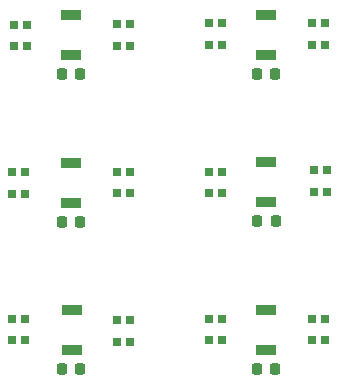
<source format=gbr>
%TF.GenerationSoftware,KiCad,Pcbnew,(5.99.0-10573-gc33b2cfa8d)*%
%TF.CreationDate,2021-05-20T09:22:53+02:00*%
%TF.ProjectId,sucker-one-ui-board,7375636b-6572-42d6-9f6e-652d75692d62,rev?*%
%TF.SameCoordinates,Original*%
%TF.FileFunction,Soldermask,Top*%
%TF.FilePolarity,Negative*%
%FSLAX46Y46*%
G04 Gerber Fmt 4.6, Leading zero omitted, Abs format (unit mm)*
G04 Created by KiCad (PCBNEW (5.99.0-10573-gc33b2cfa8d)) date 2021-05-20 09:22:53*
%MOMM*%
%LPD*%
G01*
G04 APERTURE LIST*
G04 Aperture macros list*
%AMRoundRect*
0 Rectangle with rounded corners*
0 $1 Rounding radius*
0 $2 $3 $4 $5 $6 $7 $8 $9 X,Y pos of 4 corners*
0 Add a 4 corners polygon primitive as box body*
4,1,4,$2,$3,$4,$5,$6,$7,$8,$9,$2,$3,0*
0 Add four circle primitives for the rounded corners*
1,1,$1+$1,$2,$3*
1,1,$1+$1,$4,$5*
1,1,$1+$1,$6,$7*
1,1,$1+$1,$8,$9*
0 Add four rect primitives between the rounded corners*
20,1,$1+$1,$2,$3,$4,$5,0*
20,1,$1+$1,$4,$5,$6,$7,0*
20,1,$1+$1,$6,$7,$8,$9,0*
20,1,$1+$1,$8,$9,$2,$3,0*%
G04 Aperture macros list end*
%ADD10R,0.700000X0.700000*%
%ADD11RoundRect,0.225000X-0.225000X-0.250000X0.225000X-0.250000X0.225000X0.250000X-0.225000X0.250000X0*%
%ADD12R,1.700000X0.900000*%
G04 APERTURE END LIST*
D10*
%TO.C,U6*%
X77555000Y-100102000D03*
X78655000Y-100102000D03*
X78655000Y-98272000D03*
X77555000Y-98272000D03*
%TD*%
D11*
%TO.C,C4*%
X72859600Y-89966800D03*
X74409600Y-89966800D03*
%TD*%
D10*
%TO.C,U5*%
X77555000Y-87529000D03*
X78655000Y-87529000D03*
X78655000Y-85699000D03*
X77555000Y-85699000D03*
%TD*%
%TO.C,U8*%
X85302000Y-87529000D03*
X86402000Y-87529000D03*
X86402000Y-85699000D03*
X85302000Y-85699000D03*
%TD*%
%TO.C,U2*%
X68665000Y-87566522D03*
X69765000Y-87566522D03*
X69765000Y-85736522D03*
X68665000Y-85736522D03*
%TD*%
D11*
%TO.C,C5*%
X89395000Y-102438200D03*
X90945000Y-102438200D03*
%TD*%
D12*
%TO.C,SW1*%
X73660000Y-75817200D03*
X73660000Y-72417200D03*
%TD*%
%TO.C,SW5*%
X90170000Y-75842600D03*
X90170000Y-72442600D03*
%TD*%
D10*
%TO.C,U10*%
X94065000Y-74956000D03*
X95165000Y-74956000D03*
X95165000Y-73126000D03*
X94065000Y-73126000D03*
%TD*%
D11*
%TO.C,C6*%
X72859600Y-102438200D03*
X74409600Y-102438200D03*
%TD*%
%TO.C,C2*%
X72859600Y-77419200D03*
X74409600Y-77419200D03*
%TD*%
D10*
%TO.C,U4*%
X77555000Y-75045478D03*
X78655000Y-75045478D03*
X78655000Y-73215478D03*
X77555000Y-73215478D03*
%TD*%
%TO.C,U11*%
X94192000Y-87402000D03*
X95292000Y-87402000D03*
X95292000Y-85572000D03*
X94192000Y-85572000D03*
%TD*%
%TO.C,U9*%
X85302000Y-99975000D03*
X86402000Y-99975000D03*
X86402000Y-98145000D03*
X85302000Y-98145000D03*
%TD*%
%TO.C,U7*%
X85302000Y-74956000D03*
X86402000Y-74956000D03*
X86402000Y-73126000D03*
X85302000Y-73126000D03*
%TD*%
D12*
%TO.C,SW4*%
X90170000Y-100836200D03*
X90170000Y-97436200D03*
%TD*%
%TO.C,SW3*%
X73685400Y-100836200D03*
X73685400Y-97436200D03*
%TD*%
D10*
%TO.C,U3*%
X68665000Y-99975000D03*
X69765000Y-99975000D03*
X69765000Y-98145000D03*
X68665000Y-98145000D03*
%TD*%
D11*
%TO.C,C3*%
X89395000Y-77444600D03*
X90945000Y-77444600D03*
%TD*%
D10*
%TO.C,U12*%
X94065000Y-99975000D03*
X95165000Y-99975000D03*
X95165000Y-98145000D03*
X94065000Y-98145000D03*
%TD*%
D11*
%TO.C,C1*%
X89420400Y-89916000D03*
X90970400Y-89916000D03*
%TD*%
D12*
%TO.C,SW2*%
X73660000Y-88339400D03*
X73660000Y-84939400D03*
%TD*%
D10*
%TO.C,U1*%
X68792000Y-75083000D03*
X69892000Y-75083000D03*
X69892000Y-73253000D03*
X68792000Y-73253000D03*
%TD*%
D12*
%TO.C,SW6*%
X90170000Y-88314000D03*
X90170000Y-84914000D03*
%TD*%
M02*

</source>
